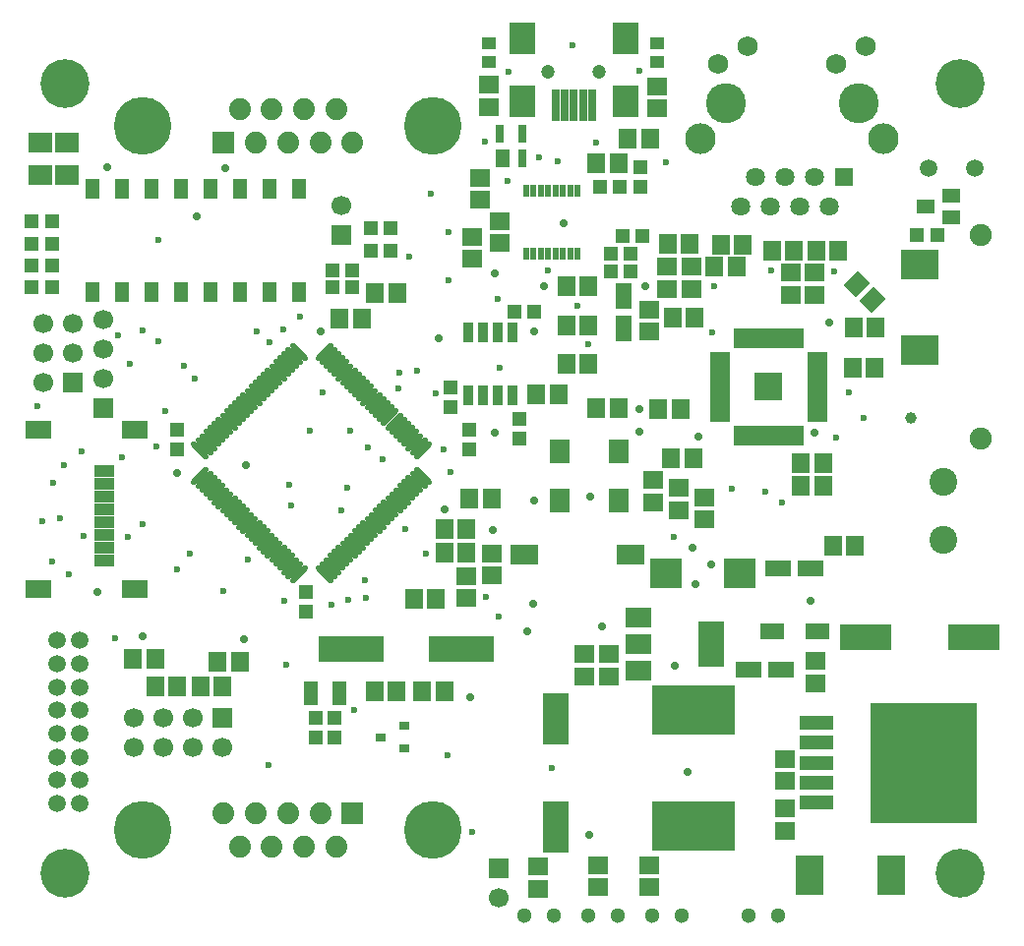
<source format=gts>
G04 Layer_Color=8388736*
%FSLAX42Y42*%
%MOMM*%
G71*
G01*
G75*
%ADD68C,1.00*%
%ADD99R,1.60X1.20*%
%ADD100R,0.90X0.80*%
%ADD101R,2.21X1.70*%
%ADD102R,2.21X4.01*%
%ADD103R,2.80X2.60*%
%ADD104R,1.70X1.50*%
%ADD105R,1.30X1.20*%
%ADD106R,1.50X1.70*%
G04:AMPARAMS|DCode=107|XSize=1.7mm|YSize=1.5mm|CornerRadius=0mm|HoleSize=0mm|Usage=FLASHONLY|Rotation=45.000|XOffset=0mm|YOffset=0mm|HoleType=Round|Shape=Rectangle|*
%AMROTATEDRECTD107*
4,1,4,-0.07,-1.13,-1.13,-0.07,0.07,1.13,1.13,0.07,-0.07,-1.13,0.0*
%
%ADD107ROTATEDRECTD107*%

%ADD108R,2.00X1.80*%
%ADD109R,1.20X1.30*%
%ADD110R,0.85X1.73*%
%ADD111R,0.80X2.70*%
%ADD112R,2.20X2.70*%
%ADD113R,1.19X1.50*%
%ADD114R,0.79X1.50*%
%ADD115R,2.38X1.80*%
%ADD116R,1.15X1.00*%
%ADD117R,1.40X2.20*%
%ADD118R,2.20X1.40*%
%ADD119R,5.70X2.20*%
%ADD120R,1.30X1.70*%
%ADD121R,2.15X1.45*%
%ADD122R,2.40X3.35*%
%ADD123R,9.14X10.36*%
%ADD124R,2.90X1.22*%
%ADD125R,1.68X0.48*%
%ADD126R,0.48X1.68*%
%ADD127R,2.41X2.41*%
%ADD128R,0.61X1.12*%
%ADD129R,1.80X2.00*%
%ADD130R,7.20X4.20*%
%ADD131R,4.50X2.30*%
%ADD132R,2.20X1.65*%
%ADD133R,1.70X1.00*%
%ADD134R,1.20X2.00*%
%ADD135R,3.30X2.50*%
%ADD136R,2.30X4.50*%
G04:AMPARAMS|DCode=137|XSize=0.5mm|YSize=2mm|CornerRadius=0mm|HoleSize=0mm|Usage=FLASHONLY|Rotation=225.000|XOffset=0mm|YOffset=0mm|HoleType=Round|Shape=Round|*
%AMOVALD137*
21,1,1.50,0.50,0.00,0.00,315.0*
1,1,0.50,-0.53,0.53*
1,1,0.50,0.53,-0.53*
%
%ADD137OVALD137*%

G04:AMPARAMS|DCode=138|XSize=0.5mm|YSize=2mm|CornerRadius=0mm|HoleSize=0mm|Usage=FLASHONLY|Rotation=135.000|XOffset=0mm|YOffset=0mm|HoleType=Round|Shape=Round|*
%AMOVALD138*
21,1,1.50,0.50,0.00,0.00,225.0*
1,1,0.50,0.53,0.53*
1,1,0.50,-0.53,-0.53*
%
%ADD138OVALD138*%

%ADD139C,1.50*%
%ADD140C,1.70*%
%ADD141R,1.70X1.70*%
%ADD142C,1.89*%
%ADD143R,1.89X1.89*%
%ADD144C,4.96*%
%ADD145C,1.20*%
%ADD146C,1.90*%
%ADD147C,4.20*%
%ADD148C,3.45*%
%ADD149C,2.64*%
%ADD150C,1.73*%
%ADD151C,1.63*%
%ADD152R,1.63X1.63*%
%ADD153C,2.40*%
%ADD154C,1.30*%
%ADD155R,1.70X1.70*%
%ADD156C,0.60*%
%ADD157C,0.70*%
D68*
X7730Y4520D02*
D03*
D99*
X8080Y6245D02*
D03*
Y6435D02*
D03*
X7860Y6340D02*
D03*
D100*
X3370Y1675D02*
D03*
Y1865D02*
D03*
X3170Y1770D02*
D03*
D101*
X5385Y2796D02*
D03*
Y2567D02*
D03*
Y2339D02*
D03*
D102*
X6015Y2570D02*
D03*
D103*
X6260Y3180D02*
D03*
X5620D02*
D03*
D104*
X5130Y2295D02*
D03*
Y2485D02*
D03*
X5040Y475D02*
D03*
Y665D02*
D03*
X4520Y465D02*
D03*
Y655D02*
D03*
X5480Y475D02*
D03*
Y665D02*
D03*
X6910Y2235D02*
D03*
Y2425D02*
D03*
X6900Y5770D02*
D03*
Y5580D02*
D03*
X6700Y5770D02*
D03*
Y5580D02*
D03*
X5510Y3790D02*
D03*
Y3980D02*
D03*
X5730Y3725D02*
D03*
Y3915D02*
D03*
X5950Y3645D02*
D03*
Y3835D02*
D03*
X5840Y5820D02*
D03*
Y5630D02*
D03*
X5630Y5820D02*
D03*
Y5630D02*
D03*
X6650Y1155D02*
D03*
Y965D02*
D03*
X6650Y1390D02*
D03*
Y1580D02*
D03*
X5550Y7375D02*
D03*
Y7185D02*
D03*
X4100Y7385D02*
D03*
Y7195D02*
D03*
X4190Y6025D02*
D03*
Y6215D02*
D03*
X3950Y6075D02*
D03*
Y5885D02*
D03*
X3900Y2965D02*
D03*
Y3155D02*
D03*
X4020Y6395D02*
D03*
Y6585D02*
D03*
X4920Y2295D02*
D03*
Y2485D02*
D03*
X4127Y3350D02*
D03*
Y3160D02*
D03*
X5480Y5450D02*
D03*
Y5260D02*
D03*
D105*
X7955Y6090D02*
D03*
X7785D02*
D03*
X2755Y5640D02*
D03*
X2925D02*
D03*
X2755Y5790D02*
D03*
X2925D02*
D03*
X3085Y5960D02*
D03*
X3255D02*
D03*
X3085Y6150D02*
D03*
X3255D02*
D03*
X335Y6210D02*
D03*
X165D02*
D03*
X335Y6020D02*
D03*
X165D02*
D03*
X335Y5830D02*
D03*
X165D02*
D03*
X335Y5640D02*
D03*
X165D02*
D03*
X5250Y6080D02*
D03*
X5420D02*
D03*
X5320Y5930D02*
D03*
X5150D02*
D03*
Y5780D02*
D03*
X5320D02*
D03*
X4315Y5430D02*
D03*
X4485D02*
D03*
X5225Y6510D02*
D03*
X5055D02*
D03*
D106*
X1225Y2210D02*
D03*
X1415D02*
D03*
X1225Y2440D02*
D03*
X1035D02*
D03*
X1805Y2210D02*
D03*
X1615D02*
D03*
X6095Y6010D02*
D03*
X6285D02*
D03*
X4765Y5310D02*
D03*
X4955D02*
D03*
X4765Y4980D02*
D03*
X4955D02*
D03*
X4765Y5650D02*
D03*
X4955D02*
D03*
X4505Y4720D02*
D03*
X4695D02*
D03*
X7420Y4950D02*
D03*
X7230D02*
D03*
X3455Y2960D02*
D03*
X3645D02*
D03*
X5295Y6920D02*
D03*
X5485D02*
D03*
X5215Y6710D02*
D03*
X5025D02*
D03*
X7250Y3415D02*
D03*
X7060D02*
D03*
X3715Y3360D02*
D03*
X3905D02*
D03*
X3715Y3560D02*
D03*
X3905D02*
D03*
X4120Y3820D02*
D03*
X3930D02*
D03*
X2815Y5370D02*
D03*
X3005D02*
D03*
X3310Y5590D02*
D03*
X3120D02*
D03*
X3115Y2160D02*
D03*
X3305D02*
D03*
X3525D02*
D03*
X3715D02*
D03*
X6975Y3930D02*
D03*
X6785D02*
D03*
X6975Y4130D02*
D03*
X6785D02*
D03*
X5680Y5380D02*
D03*
X5870D02*
D03*
X5555Y4590D02*
D03*
X5745D02*
D03*
X1955Y2420D02*
D03*
X1765D02*
D03*
X5025Y4600D02*
D03*
X5215D02*
D03*
X5665Y4170D02*
D03*
X5855D02*
D03*
X6725Y5960D02*
D03*
X6535D02*
D03*
X7425Y5300D02*
D03*
X7235D02*
D03*
X5635Y6020D02*
D03*
X5825D02*
D03*
X7105Y5960D02*
D03*
X6915D02*
D03*
X6040Y5820D02*
D03*
X6230D02*
D03*
D107*
X7397Y5533D02*
D03*
X7263Y5667D02*
D03*
D108*
X470Y6610D02*
D03*
Y6890D02*
D03*
X238Y6609D02*
D03*
Y6889D02*
D03*
D109*
X3770Y4780D02*
D03*
Y4610D02*
D03*
X2770Y1935D02*
D03*
Y1765D02*
D03*
X2610Y1935D02*
D03*
Y1765D02*
D03*
X5400Y6505D02*
D03*
Y6675D02*
D03*
X4360Y4510D02*
D03*
Y4340D02*
D03*
X3930Y4245D02*
D03*
Y4415D02*
D03*
X2527Y3020D02*
D03*
Y2850D02*
D03*
X1410Y4245D02*
D03*
Y4415D02*
D03*
D110*
X4300Y4709D02*
D03*
X4173D02*
D03*
X4046D02*
D03*
X3919D02*
D03*
Y5251D02*
D03*
X4046D02*
D03*
X4173D02*
D03*
X4300D02*
D03*
D111*
X4990Y7212D02*
D03*
X4910D02*
D03*
X4830D02*
D03*
X4750D02*
D03*
X4670D02*
D03*
D112*
X5275Y7242D02*
D03*
X4385D02*
D03*
X5275Y7787D02*
D03*
X4385D02*
D03*
D113*
X4214Y6757D02*
D03*
D114*
X4386D02*
D03*
Y6962D02*
D03*
X4194D02*
D03*
D115*
X5320Y3340D02*
D03*
X4400D02*
D03*
D116*
X4100Y7580D02*
D03*
Y7740D02*
D03*
X5550Y7580D02*
D03*
Y7740D02*
D03*
D117*
X5260Y5290D02*
D03*
Y5570D02*
D03*
D118*
X6870Y3220D02*
D03*
X6590D02*
D03*
X6610Y2350D02*
D03*
X6330D02*
D03*
D119*
X3865Y2530D02*
D03*
X2915D02*
D03*
D120*
X2466Y6490D02*
D03*
X2212D02*
D03*
X1958D02*
D03*
X1704D02*
D03*
X1450D02*
D03*
X1196D02*
D03*
X942Y5600D02*
D03*
X1196D02*
D03*
X688D02*
D03*
X1958D02*
D03*
X2466D02*
D03*
X688Y6490D02*
D03*
X942D02*
D03*
X2212Y5600D02*
D03*
X1450D02*
D03*
X1704D02*
D03*
D121*
X6538Y2677D02*
D03*
X6928D02*
D03*
D122*
X6860Y582D02*
D03*
X7560D02*
D03*
D123*
X7838Y1550D02*
D03*
D124*
X6918Y1210D02*
D03*
Y1380D02*
D03*
Y1550D02*
D03*
Y1720D02*
D03*
Y1890D02*
D03*
D125*
X6927Y4511D02*
D03*
Y4559D02*
D03*
Y4610D02*
D03*
Y4661D02*
D03*
Y4709D02*
D03*
Y4760D02*
D03*
Y4811D02*
D03*
Y4861D02*
D03*
Y4910D02*
D03*
Y4961D02*
D03*
Y5011D02*
D03*
Y5060D02*
D03*
X6084D02*
D03*
Y5011D02*
D03*
Y4961D02*
D03*
Y4910D02*
D03*
Y4861D02*
D03*
Y4811D02*
D03*
Y4760D02*
D03*
Y4709D02*
D03*
Y4661D02*
D03*
Y4610D02*
D03*
Y4559D02*
D03*
Y4511D02*
D03*
D126*
X6780Y5207D02*
D03*
X6732D02*
D03*
X6681D02*
D03*
X6630D02*
D03*
X6582D02*
D03*
X6531D02*
D03*
X6480D02*
D03*
X6430D02*
D03*
X6381D02*
D03*
X6331D02*
D03*
X6280D02*
D03*
X6232D02*
D03*
Y4364D02*
D03*
X6280D02*
D03*
X6331D02*
D03*
X6381D02*
D03*
X6430D02*
D03*
X6480D02*
D03*
X6531D02*
D03*
X6582D02*
D03*
X6630D02*
D03*
X6681D02*
D03*
X6732D02*
D03*
X6780D02*
D03*
D127*
X6506Y4785D02*
D03*
D128*
X4418Y6472D02*
D03*
X4481D02*
D03*
X4545D02*
D03*
X4608D02*
D03*
X4672D02*
D03*
X4735D02*
D03*
X4799D02*
D03*
X4862D02*
D03*
Y5928D02*
D03*
X4799D02*
D03*
X4735D02*
D03*
X4672D02*
D03*
X4608D02*
D03*
X4545D02*
D03*
X4481D02*
D03*
X4418D02*
D03*
D129*
X4706Y4230D02*
D03*
X5214D02*
D03*
Y3810D02*
D03*
X4706D02*
D03*
D130*
X5860Y1000D02*
D03*
Y2000D02*
D03*
D131*
X8270Y2630D02*
D03*
X7340D02*
D03*
D132*
X220Y4420D02*
D03*
Y3045D02*
D03*
X1050D02*
D03*
Y4420D02*
D03*
D133*
X790Y3292D02*
D03*
Y3403D02*
D03*
Y3512D02*
D03*
Y3622D02*
D03*
Y3733D02*
D03*
Y3842D02*
D03*
Y3953D02*
D03*
Y4062D02*
D03*
D134*
X2815Y2150D02*
D03*
X2565D02*
D03*
D135*
X7810Y5100D02*
D03*
Y5840D02*
D03*
D136*
X4670Y998D02*
D03*
Y1927D02*
D03*
D137*
X2680Y3172D02*
D03*
X2715Y3207D02*
D03*
X2750Y3243D02*
D03*
X2786Y3278D02*
D03*
X2821Y3313D02*
D03*
X2856Y3349D02*
D03*
X2892Y3384D02*
D03*
X2927Y3419D02*
D03*
X2962Y3455D02*
D03*
X2998Y3490D02*
D03*
X3033Y3525D02*
D03*
X3069Y3561D02*
D03*
X3104Y3596D02*
D03*
X3139Y3631D02*
D03*
X3175Y3667D02*
D03*
X3210Y3702D02*
D03*
X3245Y3738D02*
D03*
X3281Y3773D02*
D03*
X3316Y3808D02*
D03*
X3351Y3844D02*
D03*
X3387Y3879D02*
D03*
X3422Y3914D02*
D03*
X3457Y3950D02*
D03*
X3493Y3985D02*
D03*
X3528Y4020D02*
D03*
X2460Y5088D02*
D03*
X2425Y5053D02*
D03*
X2390Y5017D02*
D03*
X2354Y4982D02*
D03*
X2319Y4947D02*
D03*
X2284Y4911D02*
D03*
X2248Y4876D02*
D03*
X2213Y4841D02*
D03*
X2178Y4805D02*
D03*
X2142Y4770D02*
D03*
X2107Y4735D02*
D03*
X2071Y4699D02*
D03*
X2036Y4664D02*
D03*
X2001Y4629D02*
D03*
X1965Y4593D02*
D03*
X1930Y4558D02*
D03*
X1895Y4522D02*
D03*
X1859Y4487D02*
D03*
X1824Y4452D02*
D03*
X1789Y4416D02*
D03*
X1753Y4381D02*
D03*
X1718Y4346D02*
D03*
X1683Y4310D02*
D03*
X1647Y4275D02*
D03*
X1612Y4240D02*
D03*
D138*
X3528Y4240D02*
D03*
X3493Y4275D02*
D03*
X3457Y4310D02*
D03*
X3422Y4346D02*
D03*
X3387Y4381D02*
D03*
X3351Y4416D02*
D03*
X3316Y4452D02*
D03*
X3281Y4487D02*
D03*
X3245Y4522D02*
D03*
X3210Y4558D02*
D03*
X3175Y4593D02*
D03*
X3139Y4629D02*
D03*
X3104Y4664D02*
D03*
X3069Y4699D02*
D03*
X3033Y4735D02*
D03*
X2998Y4770D02*
D03*
X2962Y4805D02*
D03*
X2927Y4841D02*
D03*
X2892Y4876D02*
D03*
X2856Y4911D02*
D03*
X2821Y4947D02*
D03*
X2786Y4982D02*
D03*
X2750Y5017D02*
D03*
X2715Y5053D02*
D03*
X2680Y5088D02*
D03*
X1612Y4020D02*
D03*
X1647Y3985D02*
D03*
X1683Y3950D02*
D03*
X1718Y3914D02*
D03*
X1753Y3879D02*
D03*
X1789Y3844D02*
D03*
X1824Y3808D02*
D03*
X1859Y3773D02*
D03*
X1895Y3738D02*
D03*
X1930Y3702D02*
D03*
X1965Y3667D02*
D03*
X2001Y3631D02*
D03*
X2036Y3596D02*
D03*
X2071Y3561D02*
D03*
X2107Y3525D02*
D03*
X2142Y3490D02*
D03*
X2178Y3455D02*
D03*
X2213Y3419D02*
D03*
X2248Y3384D02*
D03*
X2284Y3349D02*
D03*
X2319Y3313D02*
D03*
X2354Y3278D02*
D03*
X2390Y3243D02*
D03*
X2425Y3207D02*
D03*
X2460Y3172D02*
D03*
D139*
X8280Y6670D02*
D03*
X7880D02*
D03*
X380Y2600D02*
D03*
X580D02*
D03*
X380Y2400D02*
D03*
X580D02*
D03*
X380Y2200D02*
D03*
X580D02*
D03*
X380Y2000D02*
D03*
X580D02*
D03*
X380Y1800D02*
D03*
X580D02*
D03*
X380Y1600D02*
D03*
X580D02*
D03*
X380Y1400D02*
D03*
X580D02*
D03*
X380Y1200D02*
D03*
X580D02*
D03*
D140*
X4180Y383D02*
D03*
X780Y4856D02*
D03*
Y5110D02*
D03*
Y5364D02*
D03*
X2830Y6347D02*
D03*
X263Y4826D02*
D03*
X517Y5080D02*
D03*
X263D02*
D03*
X517Y5334D02*
D03*
X263D02*
D03*
X1801Y1683D02*
D03*
X1547Y1937D02*
D03*
Y1683D02*
D03*
X1293Y1937D02*
D03*
Y1683D02*
D03*
X1039Y1937D02*
D03*
Y1683D02*
D03*
D141*
X4180Y637D02*
D03*
X780Y4602D02*
D03*
X2830Y6093D02*
D03*
X517Y4826D02*
D03*
D142*
X2924Y6888D02*
D03*
X2785Y7172D02*
D03*
X2647Y6888D02*
D03*
X2508Y7172D02*
D03*
X2369Y6888D02*
D03*
X2231Y7172D02*
D03*
X2092Y6888D02*
D03*
X1954Y7172D02*
D03*
X1816Y1112D02*
D03*
X1954Y828D02*
D03*
X2092Y1112D02*
D03*
X2231Y828D02*
D03*
X2369Y1112D02*
D03*
X2508Y828D02*
D03*
X2647Y1112D02*
D03*
X2785Y828D02*
D03*
D143*
X1816Y6888D02*
D03*
X2924Y1112D02*
D03*
D144*
X1120Y7030D02*
D03*
X3619D02*
D03*
Y970D02*
D03*
X1120D02*
D03*
D145*
X4610Y7500D02*
D03*
X5050D02*
D03*
D146*
X8335Y4340D02*
D03*
Y6090D02*
D03*
D147*
X8150Y7400D02*
D03*
X450Y600D02*
D03*
Y7400D02*
D03*
X8150Y600D02*
D03*
D148*
X7280Y7230D02*
D03*
X6137D02*
D03*
D149*
X7496Y6925D02*
D03*
X5921D02*
D03*
D150*
X6073Y7568D02*
D03*
X6327Y7720D02*
D03*
X7087Y7568D02*
D03*
X7341Y7720D02*
D03*
D151*
X6264Y6341D02*
D03*
X6391Y6595D02*
D03*
X6518Y6341D02*
D03*
X6645Y6595D02*
D03*
X6772Y6341D02*
D03*
X6899Y6595D02*
D03*
X7026Y6341D02*
D03*
D152*
X7153Y6595D02*
D03*
D153*
X8010Y3970D02*
D03*
Y3470D02*
D03*
D154*
X4654Y230D02*
D03*
X4400D02*
D03*
X5204D02*
D03*
X4950D02*
D03*
X5754D02*
D03*
X5500D02*
D03*
X6584D02*
D03*
X6330D02*
D03*
D155*
X1801Y1937D02*
D03*
D156*
X1120Y3600D02*
D03*
X990Y3490D02*
D03*
X5390Y7510D02*
D03*
X4270Y7500D02*
D03*
X5020Y6890D02*
D03*
X440Y4110D02*
D03*
X590Y4230D02*
D03*
X210Y4620D02*
D03*
X1240Y4270D02*
D03*
X345Y3960D02*
D03*
X610Y3500D02*
D03*
X480Y3170D02*
D03*
X340Y3280D02*
D03*
X940Y4180D02*
D03*
X1310Y4580D02*
D03*
X1410Y3210D02*
D03*
X1520Y3350D02*
D03*
X4260Y6560D02*
D03*
X250Y3630D02*
D03*
X4690Y6730D02*
D03*
X4530Y6760D02*
D03*
X2350Y2390D02*
D03*
X3740Y1610D02*
D03*
X3040Y2970D02*
D03*
X2890Y2950D02*
D03*
X2740Y2910D02*
D03*
X3030Y3120D02*
D03*
X3380Y3560D02*
D03*
X3750Y6120D02*
D03*
X4820Y7730D02*
D03*
X1810Y3030D02*
D03*
X880Y2620D02*
D03*
X2020Y3300D02*
D03*
X2670Y4740D02*
D03*
X3770Y4050D02*
D03*
X2330Y5280D02*
D03*
X6020Y5250D02*
D03*
X4860Y5480D02*
D03*
X4950Y5150D02*
D03*
X3480Y4920D02*
D03*
X3330Y4910D02*
D03*
X3320Y4770D02*
D03*
X6620Y3790D02*
D03*
X6040Y5650D02*
D03*
X6530Y5790D02*
D03*
X7320Y4520D02*
D03*
X7070Y5780D02*
D03*
X7090Y4350D02*
D03*
X2210Y5170D02*
D03*
X2100Y5260D02*
D03*
X3640Y4730D02*
D03*
X4060Y6900D02*
D03*
X4610Y5790D02*
D03*
X3600Y6450D02*
D03*
X4070Y2980D02*
D03*
X3410Y5910D02*
D03*
X2340Y2940D02*
D03*
X2470Y5390D02*
D03*
X3750Y5700D02*
D03*
X4170Y5540D02*
D03*
X910Y5230D02*
D03*
X1120Y5270D02*
D03*
X4640Y1500D02*
D03*
X3950Y950D02*
D03*
X1250Y6050D02*
D03*
X4180Y2810D02*
D03*
X1010Y4980D02*
D03*
X1470Y4970D02*
D03*
X1250Y5180D02*
D03*
X1570Y4860D02*
D03*
X2940Y2000D02*
D03*
X410Y3655D02*
D03*
X2200Y1530D02*
D03*
X3560Y3350D02*
D03*
X2560Y4410D02*
D03*
X3710Y4250D02*
D03*
X3060Y4260D02*
D03*
X3180Y4160D02*
D03*
X4190Y4950D02*
D03*
X2880Y3920D02*
D03*
X2900Y4410D02*
D03*
X5690Y3490D02*
D03*
X7200Y4740D02*
D03*
X6480Y3880D02*
D03*
X6190Y3910D02*
D03*
X5620Y6720D02*
D03*
X2380Y3940D02*
D03*
X2400Y3760D02*
D03*
X2830Y3720D02*
D03*
D157*
X1115Y2635D02*
D03*
X1830Y6670D02*
D03*
X5880Y3090D02*
D03*
X5850Y3400D02*
D03*
X5700Y2380D02*
D03*
X5390Y4590D02*
D03*
X5900Y4360D02*
D03*
X1580Y6250D02*
D03*
X4970Y3840D02*
D03*
X7030Y5340D02*
D03*
X3940Y2110D02*
D03*
X5440Y5650D02*
D03*
X4490Y5260D02*
D03*
X3670Y5200D02*
D03*
X4150Y4390D02*
D03*
X4740Y6190D02*
D03*
X5390Y4400D02*
D03*
X3720Y3730D02*
D03*
X4490Y3810D02*
D03*
X6900Y4390D02*
D03*
X4130Y3550D02*
D03*
X4150Y5760D02*
D03*
X2650Y5260D02*
D03*
X1990Y2610D02*
D03*
X1412Y4040D02*
D03*
X4570Y5650D02*
D03*
X730Y3020D02*
D03*
X2010Y4110D02*
D03*
X5810Y1470D02*
D03*
X5070Y2720D02*
D03*
X6870Y2940D02*
D03*
X4960Y930D02*
D03*
X4430Y2680D02*
D03*
X810Y6680D02*
D03*
X4480Y2920D02*
D03*
X6010Y3260D02*
D03*
M02*

</source>
